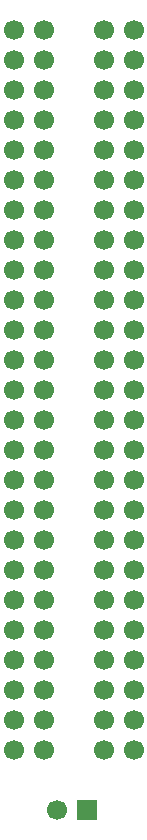
<source format=gbr>
%TF.GenerationSoftware,KiCad,Pcbnew,9.0.4*%
%TF.CreationDate,2025-11-09T10:18:35+13:00*%
%TF.ProjectId,AWS_CPU_Jumper,4157535f-4350-4555-9f4a-756d7065722e,rev?*%
%TF.SameCoordinates,Original*%
%TF.FileFunction,Soldermask,Top*%
%TF.FilePolarity,Negative*%
%FSLAX46Y46*%
G04 Gerber Fmt 4.6, Leading zero omitted, Abs format (unit mm)*
G04 Created by KiCad (PCBNEW 9.0.4) date 2025-11-09 10:18:35*
%MOMM*%
%LPD*%
G01*
G04 APERTURE LIST*
%ADD10C,1.700000*%
%ADD11R,1.700000X1.700000*%
G04 APERTURE END LIST*
D10*
%TO.C,J1*%
X127000000Y-127000000D03*
X124460000Y-127000000D03*
X127000000Y-124460000D03*
X124460000Y-124460000D03*
X127000000Y-121920000D03*
X124460000Y-121920000D03*
X127000000Y-119380000D03*
X124460000Y-119380000D03*
X127000000Y-116840000D03*
X124460000Y-116840000D03*
X127000000Y-114300000D03*
X124460000Y-114300000D03*
X127000000Y-111760000D03*
X124460000Y-111760000D03*
X127000000Y-109220000D03*
X124460000Y-109220000D03*
X127000000Y-106680000D03*
X124460000Y-106680000D03*
X127000000Y-104140000D03*
X124460000Y-104140000D03*
X127000000Y-101600000D03*
X124460000Y-101600000D03*
X127000000Y-99060000D03*
X124460000Y-99060000D03*
X127000000Y-96520000D03*
X124460000Y-96520000D03*
X127000000Y-93980000D03*
X124460000Y-93980000D03*
X127000000Y-91440000D03*
X124460000Y-91440000D03*
X127000000Y-88900000D03*
X124460000Y-88900000D03*
X127000000Y-86360000D03*
X124460000Y-86360000D03*
X127000000Y-83820000D03*
X124460000Y-83820000D03*
X127000000Y-81280000D03*
X124460000Y-81280000D03*
X127000000Y-78740000D03*
X124460000Y-78740000D03*
X127000000Y-76200000D03*
X124460000Y-76200000D03*
X127000000Y-73660000D03*
X124460000Y-73660000D03*
X127000000Y-71120000D03*
X124460000Y-71120000D03*
X127000000Y-68580000D03*
X124460000Y-68580000D03*
X127000000Y-66040000D03*
X124460000Y-66040000D03*
%TD*%
D11*
%TO.C,J3*%
X130700000Y-132080000D03*
D10*
X128160000Y-132080000D03*
%TD*%
%TO.C,J2*%
X134620000Y-127000000D03*
X132080000Y-127000000D03*
X134620000Y-124460000D03*
X132080000Y-124460000D03*
X134620000Y-121920000D03*
X132080000Y-121920000D03*
X134620000Y-119380000D03*
X132080000Y-119380000D03*
X134620000Y-116840000D03*
X132080000Y-116840000D03*
X134620000Y-114300000D03*
X132080000Y-114300000D03*
X134620000Y-111760000D03*
X132080000Y-111760000D03*
X134620000Y-109220000D03*
X132080000Y-109220000D03*
X134620000Y-106680000D03*
X132080000Y-106680000D03*
X134620000Y-104140000D03*
X132080000Y-104140000D03*
X134620000Y-101600000D03*
X132080000Y-101600000D03*
X134620000Y-99060000D03*
X132080000Y-99060000D03*
X134620000Y-96520000D03*
X132080000Y-96520000D03*
X134620000Y-93980000D03*
X132080000Y-93980000D03*
X134620000Y-91440000D03*
X132080000Y-91440000D03*
X134620000Y-88900000D03*
X132080000Y-88900000D03*
X134620000Y-86360000D03*
X132080000Y-86360000D03*
X134620000Y-83820000D03*
X132080000Y-83820000D03*
X134620000Y-81280000D03*
X132080000Y-81280000D03*
X134620000Y-78740000D03*
X132080000Y-78740000D03*
X134620000Y-76200000D03*
X132080000Y-76200000D03*
X134620000Y-73660000D03*
X132080000Y-73660000D03*
X134620000Y-71120000D03*
X132080000Y-71120000D03*
X134620000Y-68580000D03*
X132080000Y-68580000D03*
X134620000Y-66040000D03*
X132080000Y-66040000D03*
%TD*%
M02*

</source>
